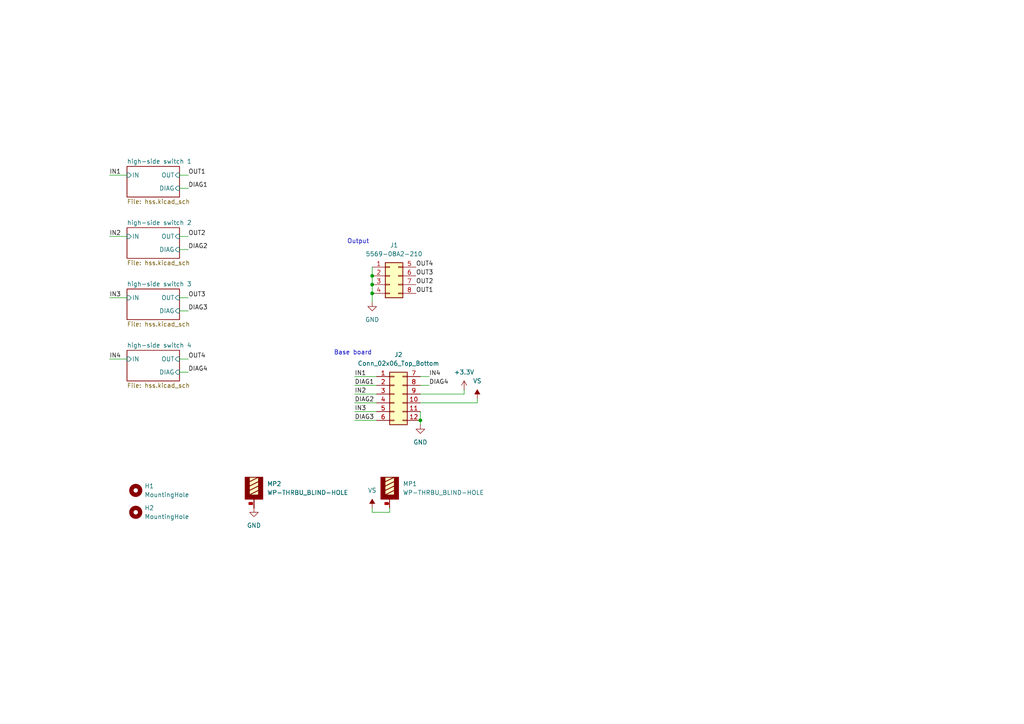
<source format=kicad_sch>
(kicad_sch (version 20231120) (generator "eeschema") (generator_version "8.0")
  (paper "A4")
  (lib_symbols
    (symbol "Connector_Generic:Conn_02x04_Top_Bottom" (pin_names (offset 1.016) hide)
      (property "Reference" "J" (at 1.27 5.08 0))
      (property "Value" "Conn_02x04_Top_Bottom" (at 1.27 -7.62 0))
      (symbol "Conn_02x04_Top_Bottom_1_1"
        (rectangle (start -1.27 -4.953) (end 0 -5.207) (stroke (width 0.1524)))
        (rectangle (start -1.27 -2.413) (end 0 -2.667) (stroke (width 0.1524)))
        (rectangle (start -1.27 0.127) (end 0 -0.127) (stroke (width 0.1524)))
        (rectangle (start -1.27 2.667) (end 0 2.413) (stroke (width 0.1524)))
        (rectangle (start -1.27 3.81) (end 3.81 -6.35) (stroke (width 0.254)) (fill (type background)))
        (rectangle (start 3.81 -4.953) (end 2.54 -5.207) (stroke (width 0.1524)))
        (rectangle (start 3.81 -2.413) (end 2.54 -2.667) (stroke (width 0.1524)))
        (rectangle (start 3.81 0.127) (end 2.54 -0.127) (stroke (width 0.1524)))
        (rectangle (start 3.81 2.667) (end 2.54 2.413) (stroke (width 0.1524)))
        (pin passive line (at -5.08 2.54 0) (length 3.81) (name "Pin_1") (number "1"))
        (pin passive line (at -5.08 0 0) (length 3.81) (name "Pin_2") (number "2"))
        (pin passive line (at -5.08 -2.54 0) (length 3.81) (name "Pin_3") (number "3"))
        (pin passive line (at -5.08 -5.08 0) (length 3.81) (name "Pin_4") (number "4"))
        (pin passive line (at 7.62 2.54 180) (length 3.81) (name "Pin_5") (number "5"))
        (pin passive line (at 7.62 0 180) (length 3.81) (name "Pin_6") (number "6"))
        (pin passive line (at 7.62 -2.54 180) (length 3.81) (name "Pin_7") (number "7"))
        (pin passive line (at 7.62 -5.08 180) (length 3.81) (name "Pin_8") (number "8"))
      )
    )
    (symbol "Connector_Generic:Conn_02x06_Top_Bottom" (pin_names (offset 1.016) hide)
      (property "Reference" "J" (at 1.27 7.62 0))
      (property "Value" "Conn_02x06_Top_Bottom" (at 1.27 -10.16 0))
      (symbol "Conn_02x06_Top_Bottom_1_1"
        (rectangle (start -1.27 -7.493) (end 0 -7.747) (stroke (width 0.1524)))
        (rectangle (start -1.27 -4.953) (end 0 -5.207) (stroke (width 0.1524)))
        (rectangle (start -1.27 -2.413) (end 0 -2.667) (stroke (width 0.1524)))
        (rectangle (start -1.27 0.127) (end 0 -0.127) (stroke (width 0.1524)))
        (rectangle (start -1.27 2.667) (end 0 2.413) (stroke (width 0.1524)))
        (rectangle (start -1.27 5.207) (end 0 4.953) (stroke (width 0.1524)))
        (rectangle (start -1.27 6.35) (end 3.81 -8.89) (stroke (width 0.254)) (fill (type background)))
        (rectangle (start 3.81 -7.493) (end 2.54 -7.747) (stroke (width 0.1524)))
        (rectangle (start 3.81 -4.953) (end 2.54 -5.207) (stroke (width 0.1524)))
        (rectangle (start 3.81 -2.413) (end 2.54 -2.667) (stroke (width 0.1524)))
        (rectangle (start 3.81 0.127) (end 2.54 -0.127) (stroke (width 0.1524)))
        (rectangle (start 3.81 2.667) (end 2.54 2.413) (stroke (width 0.1524)))
        (rectangle (start 3.81 5.207) (end 2.54 4.953) (stroke (width 0.1524)))
        (pin passive line (at -5.08 5.08 0) (length 3.81) (name "Pin_1") (number "1"))
        (pin passive line (at 7.62 -2.54 180) (length 3.81) (name "Pin_10") (number "10"))
        (pin passive line (at 7.62 -5.08 180) (length 3.81) (name "Pin_11") (number "11"))
        (pin passive line (at 7.62 -7.62 180) (length 3.81) (name "Pin_12") (number "12"))
        (pin passive line (at -5.08 2.54 0) (length 3.81) (name "Pin_2") (number "2"))
        (pin passive line (at -5.08 0 0) (length 3.81) (name "Pin_3") (number "3"))
        (pin passive line (at -5.08 -2.54 0) (length 3.81) (name "Pin_4") (number "4"))
        (pin passive line (at -5.08 -5.08 0) (length 3.81) (name "Pin_5") (number "5"))
        (pin passive line (at -5.08 -7.62 0) (length 3.81) (name "Pin_6") (number "6"))
        (pin passive line (at 7.62 5.08 180) (length 3.81) (name "Pin_7") (number "7"))
        (pin passive line (at 7.62 2.54 180) (length 3.81) (name "Pin_8") (number "8"))
        (pin passive line (at 7.62 0 180) (length 3.81) (name "Pin_9") (number "9"))
      )
    )
    (symbol "ESP32-PDM:WP-THRBU_BLIND-HOLE" (pin_names (offset 1.016))
      (property "Reference" "MP" (at 3.302 1.27 0))
      (property "Value" "WP-THRBU_BLIND-HOLE" (at 3.302 -0.508 0))
      (symbol "WP-THRBU_BLIND-HOLE_0_0"
        (rectangle (start -2.54 -2.54) (end 2.54 -1.27) (stroke (width 0.1)) (fill (type outline)))
        (rectangle (start -2.54 -2.54) (end 2.54 3.81) (stroke (width 0.254)) (fill (type background)))
        (rectangle (start -2.54 -1.27) (end -1.27 3.81) (stroke (width 0.1)) (fill (type outline)))
        (polyline (pts (xy -1.27 2.54) (xy 1.27 3.81)) (stroke (width 0.254)))
        (polyline (pts (xy 1.27 0) (xy -1.27 -1.27)) (stroke (width 0.254)))
        (polyline (pts (xy 1.27 1.27) (xy -1.27 0)) (stroke (width 0.254)))
        (polyline (pts (xy 1.27 2.54) (xy -1.27 1.27)) (stroke (width 0.254)))
        (rectangle (start 1.27 -1.27) (end 2.54 3.81) (stroke (width 0.1)) (fill (type outline)))
        (pin passive line (at 0 -5.08 90) (length 2.54) (name "~") (number "1"))
        (pin passive line (at 0 -5.08 90) (length 2.54) (name "~") (number "2"))
        (pin passive line (at 0 -5.08 90) (length 2.54) (name "~") (number "3"))
        (pin passive line (at 0 -5.08 90) (length 2.54) (name "~") (number "4"))
        (pin passive line (at 0 -5.08 90) (length 2.54) (name "~") (number "5"))
        (pin passive line (at 0 -5.08 90) (length 2.54) (name "~") (number "6"))
        (pin passive line (at 0 -5.08 90) (length 2.54) (name "~") (number "7"))
        (pin passive line (at 0 -5.08 90) (length 2.54) (name "~") (number "8"))
        (pin passive line (at 0 -5.08 90) (length 2.54) (name "~") (number "9"))
      )
    )
    (symbol "Mechanical:MountingHole" (pin_names (offset 1.016)) (exclude_from_sim yes) (in_bom no)
      (property "Reference" "H" (at 0 5.08 0))
      (property "Value" "MountingHole" (at 0 3.175 0))
      (symbol "MountingHole_0_1"
        (circle (center 0 0) (radius 1.27) (stroke (width 1.27)))
      )
    )
    (symbol "power:+3.3V" (power) (pin_numbers hide) (pin_names (offset 0) hide)
      (property "Value" "+3.3V" (at 0 3.556 0))
      (symbol "+3.3V_0_1"
        (polyline (pts (xy -0.762 1.27) (xy 0 2.54)))
        (polyline (pts (xy 0 0) (xy 0 2.54)))
        (polyline (pts (xy 0 2.54) (xy 0.762 1.27)))
      )
      (symbol "+3.3V_1_1"
        (pin power_in line (at 0 0 90) (length 0) (name "~") (number "1"))
      )
    )
    (symbol "power:GND" (power) (pin_numbers hide) (pin_names (offset 0) hide)
      (property "Value" "GND" (at 0 -3.81 0))
      (symbol "GND_0_1"
        (polyline (pts (xy 0 0) (xy 0 -1.27) (xy 1.27 -1.27) (xy 0 -2.54) (xy -1.27 -1.27) (xy 0 -1.27)))
      )
      (symbol "GND_1_1"
        (pin power_in line (at 0 0 270) (length 0) (name "~") (number "1"))
      )
    )
    (symbol "power:VS" (power) (pin_numbers hide) (pin_names (offset 0) hide)
      (property "Value" "VS" (at 0 3.556 0))
      (symbol "VS_0_1"
        (polyline (pts (xy 0 0) (xy 0 2.54)))
        (polyline (pts (xy 0.762 1.27) (xy -0.762 1.27) (xy 0 2.54) (xy 0.762 1.27)) (fill (type outline)))
      )
      (symbol "VS_1_1"
        (pin power_in line (at 0 0 90) (length 0) (name "~") (number "1"))
      )
    )
  )
  (junction (at 107.95 80.01))
  (junction (at 107.95 82.55))
  (junction (at 121.92 121.92))
  (junction (at 107.95 85.09))
  (wire (pts (xy 102.87 114.3) (xy 109.22 114.3)))
  (wire (pts (xy 54.61 72.39) (xy 52.07 72.39)))
  (wire (pts (xy 102.87 109.22) (xy 109.22 109.22)))
  (wire (pts (xy 102.87 116.84) (xy 109.22 116.84)))
  (wire (pts (xy 107.95 80.01) (xy 107.95 82.55)))
  (wire (pts (xy 102.87 121.92) (xy 109.22 121.92)))
  (wire (pts (xy 113.03 148.59) (xy 113.03 147.32)))
  (wire (pts (xy 102.87 119.38) (xy 109.22 119.38)))
  (wire (pts (xy 107.95 82.55) (xy 107.95 85.09)))
  (wire (pts (xy 107.95 77.47) (xy 107.95 80.01)))
  (wire (pts (xy 31.75 104.14) (xy 36.83 104.14)))
  (wire (pts (xy 107.95 148.59) (xy 107.95 147.32)))
  (wire (pts (xy 138.43 116.84) (xy 138.43 115.57)))
  (wire (pts (xy 121.92 119.38) (xy 121.92 121.92)))
  (wire (pts (xy 121.92 116.84) (xy 138.43 116.84)))
  (wire (pts (xy 121.92 123.19) (xy 121.92 121.92)))
  (wire (pts (xy 124.46 109.22) (xy 121.92 109.22)))
  (wire (pts (xy 54.61 86.36) (xy 52.07 86.36)))
  (wire (pts (xy 54.61 90.17) (xy 52.07 90.17)))
  (wire (pts (xy 31.75 68.58) (xy 36.83 68.58)))
  (wire (pts (xy 54.61 54.61) (xy 52.07 54.61)))
  (wire (pts (xy 107.95 148.59) (xy 113.03 148.59)))
  (wire (pts (xy 31.75 50.8) (xy 36.83 50.8)))
  (wire (pts (xy 54.61 107.95) (xy 52.07 107.95)))
  (wire (pts (xy 54.61 50.8) (xy 52.07 50.8)))
  (wire (pts (xy 107.95 85.09) (xy 107.95 87.63)))
  (wire (pts (xy 121.92 114.3) (xy 134.62 114.3)))
  (wire (pts (xy 54.61 68.58) (xy 52.07 68.58)))
  (wire (pts (xy 134.62 114.3) (xy 134.62 113.03)))
  (wire (pts (xy 124.46 111.76) (xy 121.92 111.76)))
  (wire (pts (xy 102.87 111.76) (xy 109.22 111.76)))
  (wire (pts (xy 31.75 86.36) (xy 36.83 86.36)))
  (wire (pts (xy 54.61 104.14) (xy 52.07 104.14)))
  (text "Output" (at 103.886 70.104 0) (effects (font (size 1.27 1.27))))
  (text "Base board" (at 102.362 102.362 0) (effects (font (size 1.27 1.27))))
  (label "OUT4" (at 54.61 104.14 0))
  (label "DIAG2" (at 102.87 116.84 0))
  (label "IN4" (at 124.46 109.22 0))
  (label "DIAG3" (at 54.61 90.17 0))
  (label "IN1" (at 102.87 109.22 0))
  (label "IN2" (at 102.87 114.3 0))
  (label "IN1" (at 31.75 50.8 0))
  (label "DIAG2" (at 54.61 72.39 0))
  (label "OUT4" (at 120.65 77.47 0))
  (label "DIAG1" (at 54.61 54.61 0))
  (label "IN4" (at 31.75 104.14 0))
  (label "DIAG4" (at 54.61 107.95 0))
  (label "IN3" (at 31.75 86.36 0))
  (label "OUT1" (at 54.61 50.8 0))
  (label "DIAG3" (at 102.87 121.92 0))
  (label "OUT2" (at 120.65 82.55 0))
  (label "OUT3" (at 120.65 80.01 0))
  (label "DIAG4" (at 124.46 111.76 0))
  (label "IN3" (at 102.87 119.38 0))
  (label "IN2" (at 31.75 68.58 0))
  (label "OUT2" (at 54.61 68.58 0))
  (label "DIAG1" (at 102.87 111.76 0))
  (label "OUT1" (at 120.65 85.09 0))
  (label "OUT3" (at 54.61 86.36 0))
  (symbol (lib_id "power:GND") (at 121.92 123.19 0) (unit 1)
    (property "Reference" "#PWR019" (effects (hide yes)))
    (property "Value" "GND" (at 121.92 128.27 0))
    (property "Description" "Power symbol creates a global label with name \"GND\" , ground" (effects (hide yes)))
  )
  (symbol (lib_id "power:GND") (at 73.66 147.32 0) (unit 1)
    (property "Reference" "#PWR03" (effects (hide yes)))
    (property "Value" "GND" (at 73.66 152.4 0))
    (property "Description" "Power symbol creates a global label with name \"GND\" , ground" (effects (hide yes)))
  )
  (symbol (lib_id "Mechanical:MountingHole") (at 39.37 142.24 0) (unit 1) (exclude_from_sim yes) (in_bom no)
    (property "Reference" "H1" (at 41.91 140.9699 0) (effects (justify left)))
    (property "Value" "MountingHole" (at 41.91 143.5099 0) (effects (justify left)))
    (property "Footprint" "MountingHole:MountingHole_3mm" (effects (hide yes)))
    (property "Description" "Mounting Hole without connection" (effects (hide yes)))
  )
  (symbol (lib_id "Connector_Generic:Conn_02x04_Top_Bottom") (at 113.03 80.01 0) (unit 1)
    (property "Reference" "J1" (at 114.3 71.12 0))
    (property "Value" "5569-08A2-210" (at 114.3 73.66 0))
    (property "Footprint" "Connector_Molex:Molex_Mini-Fit_Jr_5569-08A2_2x04_P4.20mm_Horizontal" (effects (hide yes)))
    (property "Description" "Generic connector, double row, 02x04, top/bottom pin numbering scheme (row 1: 1...pins_per_row, row2: pins_per_row+1 ... num_pins), script generated (kicad-library-utils/schlib/autogen/connector/)" (effects (hide yes)))
  )
  (symbol (lib_id "ESP32-PDM:WP-THRBU_BLIND-HOLE") (at 73.66 142.24 0) (unit 1)
    (property "Reference" "MP2" (at 77.47 140.3349 0) (effects (justify left)))
    (property "Value" "WP-THRBU_BLIND-HOLE" (at 77.47 142.8749 0) (effects (justify left)))
    (property "Footprint" "ESP32-PDM:WP-THRBU_74650195" (effects (hide yes)))
    (property "MF" "Würth Elektronik" (effects (hide yes)))
    (property "Description_1" "\n                        \n                            9 Pin Screw Terminal, Power Tap M5 Through Hole\n                        \n" (effects (hide yes)))
    (property "THREAD" "M5" (effects (hide yes)))
    (property "Package" "None" (effects (hide yes)))
    (property "Price" "None" (effects (hide yes)))
    (property "IR" "85A" (effects (hide yes)))
    (property "PINS" "9" (effects (hide yes)))
    (property "SnapEDA_Link" "https://www.snapeda.com/parts/74650195R/Wurth+Elektronik/view-part/?ref=snap" (effects (hide yes)))
    (property "DATASHEET-URL" "https://katalog.we-online.de/em/datasheet/74650195R.pdf" (effects (hide yes)))
    (property "MP" "74650195R" (effects (hide yes)))
    (property "PART-NUMBER" "74650195R" (effects (hide yes)))
    (property "Availability" "In Stock" (effects (hide yes)))
    (property "Check_prices" "https://www.snapeda.com/parts/74650195R/Wurth+Elektronik/view-part/?ref=eda" (effects (hide yes)))
  )
  (symbol (lib_id "power:VS") (at 107.95 147.32 0) (unit 1)
    (property "Reference" "#PWR04" (effects (hide yes)))
    (property "Value" "VS" (at 107.95 142.24 0))
    (property "Description" "Power symbol creates a global label with name \"VS\"" (effects (hide yes)))
  )
  (symbol (lib_id "Connector_Generic:Conn_02x06_Top_Bottom") (at 114.3 114.3 0) (unit 1)
    (property "Reference" "J2" (at 115.57 102.87 0))
    (property "Value" "Conn_02x06_Top_Bottom" (at 115.57 105.41 0))
    (property "Footprint" "Connector_PinHeader_2.54mm:PinHeader_2x06_P2.54mm_Vertical" (effects (hide yes)))
    (property "Description" "Generic connector, double row, 02x06, top/bottom pin numbering scheme (row 1: 1...pins_per_row, row2: pins_per_row+1 ... num_pins), script generated (kicad-library-utils/schlib/autogen/connector/)" (effects (hide yes)))
  )
  (symbol (lib_id "power:+3.3V") (at 134.62 113.03 0) (mirror y) (unit 1)
    (property "Reference" "#PWR024" (effects (hide yes)))
    (property "Value" "+3.3V" (at 134.62 107.95 0))
    (property "Description" "Power symbol creates a global label with name \"+3.3V\"" (effects (hide yes)))
  )
  (symbol (lib_id "ESP32-PDM:WP-THRBU_BLIND-HOLE") (at 113.03 142.24 0) (unit 1)
    (property "Reference" "MP1" (at 116.84 140.3349 0) (effects (justify left)))
    (property "Value" "WP-THRBU_BLIND-HOLE" (at 116.84 142.8749 0) (effects (justify left)))
    (property "Footprint" "ESP32-PDM:WP-THRBU_74650195" (effects (hide yes)))
    (property "MF" "Würth Elektronik" (effects (hide yes)))
    (property "Description_1" "\n                        \n                            9 Pin Screw Terminal, Power Tap M5 Through Hole\n                        \n" (effects (hide yes)))
    (property "THREAD" "M5" (effects (hide yes)))
    (property "Package" "None" (effects (hide yes)))
    (property "Price" "None" (effects (hide yes)))
    (property "IR" "85A" (effects (hide yes)))
    (property "PINS" "9" (effects (hide yes)))
    (property "SnapEDA_Link" "https://www.snapeda.com/parts/74650195R/Wurth+Elektronik/view-part/?ref=snap" (effects (hide yes)))
    (property "DATASHEET-URL" "https://katalog.we-online.de/em/datasheet/74650195R.pdf" (effects (hide yes)))
    (property "MP" "74650195R" (effects (hide yes)))
    (property "PART-NUMBER" "74650195R" (effects (hide yes)))
    (property "Availability" "In Stock" (effects (hide yes)))
    (property "Check_prices" "https://www.snapeda.com/parts/74650195R/Wurth+Elektronik/view-part/?ref=eda" (effects (hide yes)))
  )
  (symbol (lib_id "power:VS") (at 138.43 115.57 0) (unit 1)
    (property "Reference" "#PWR09" (effects (hide yes)))
    (property "Value" "VS" (at 138.43 110.49 0))
    (property "Description" "Power symbol creates a global label with name \"VS\"" (effects (hide yes)))
  )
  (symbol (lib_id "power:GND") (at 107.95 87.63 0) (unit 1)
    (property "Reference" "#PWR013" (effects (hide yes)))
    (property "Value" "GND" (at 107.95 92.71 0))
    (property "Description" "Power symbol creates a global label with name \"GND\" , ground" (effects (hide yes)))
  )
  (symbol (lib_id "Mechanical:MountingHole") (at 39.37 148.59 0) (unit 1) (exclude_from_sim yes) (in_bom no)
    (property "Reference" "H2" (at 41.91 147.3199 0) (effects (justify left)))
    (property "Value" "MountingHole" (at 41.91 149.8599 0) (effects (justify left)))
    (property "Footprint" "MountingHole:MountingHole_3mm" (effects (hide yes)))
    (property "Description" "Mounting Hole without connection" (effects (hide yes)))
  )
  (sheet (at 36.83 48.26) (size 15.24 8.89) (stroke (width 0.1524))
    (property "Sheetname" "high-side switch 1" (at 36.83 47.5484 0) (effects (justify left bottom)))
    (property "Sheetfile" "hss.kicad_sch" (at 36.83 57.7346 0) (effects (justify left top)))
    (pin "DIAG" input (at 52.07 54.61 0))
    (pin "IN" input (at 36.83 50.8 180))
    (pin "OUT" input (at 52.07 50.8 0))
  )
  (sheet (at 36.83 66.04) (size 15.24 8.89) (stroke (width 0.1524))
    (property "Sheetname" "high-side switch 2" (at 36.83 65.3284 0) (effects (justify left bottom)))
    (property "Sheetfile" "hss.kicad_sch" (at 36.83 75.5146 0) (effects (justify left top)))
    (pin "DIAG" input (at 52.07 72.39 0))
    (pin "IN" input (at 36.83 68.58 180))
    (pin "OUT" input (at 52.07 68.58 0))
  )
  (sheet (at 36.83 101.6) (size 15.24 8.89) (stroke (width 0.1524))
    (property "Sheetname" "high-side switch 4" (at 36.83 100.8884 0) (effects (justify left bottom)))
    (property "Sheetfile" "hss.kicad_sch" (at 36.83 111.0746 0) (effects (justify left top)))
    (pin "DIAG" input (at 52.07 107.95 0))
    (pin "IN" input (at 36.83 104.14 180))
    (pin "OUT" input (at 52.07 104.14 0))
  )
  (sheet (at 36.83 83.82) (size 15.24 8.89) (stroke (width 0.1524))
    (property "Sheetname" "high-side switch 3" (at 36.83 83.1084 0) (effects (justify left bottom)))
    (property "Sheetfile" "hss.kicad_sch" (at 36.83 93.2946 0) (effects (justify left top)))
    (pin "DIAG" input (at 52.07 90.17 0))
    (pin "IN" input (at 36.83 86.36 180))
    (pin "OUT" input (at 52.07 86.36 0))
  )
)
</source>
